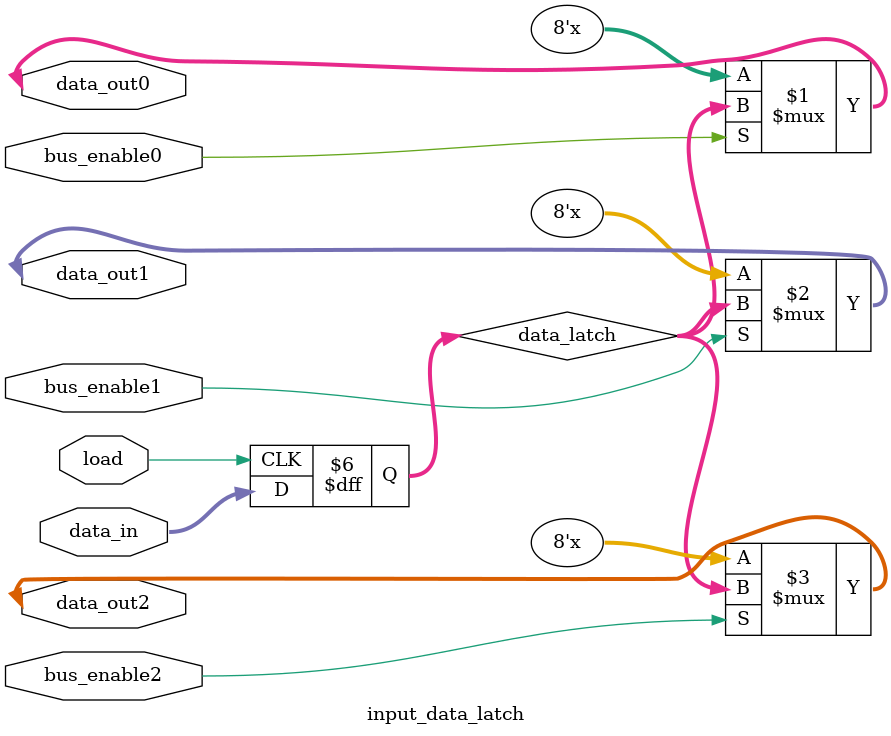
<source format=sv>
`timescale 1ns / 1ps

module input_data_latch(
    input [7:0] data_in,
    input load,
    input bus_enable0,
    inout [7:0] data_out0,
    input bus_enable1,
    inout [7:0] data_out1,
    input bus_enable2,
    inout [7:0] data_out2
);

logic [7:0] data_latch;

assign data_out0 = bus_enable0 ? data_latch : 8'bz;
assign data_out1 = bus_enable1 ? data_latch : 8'bz;
assign data_out2 = bus_enable2 ? data_latch : 8'bz;

initial begin
    data_latch = 8'b0;
end

always_ff @(posedge load) begin
    data_latch <= data_in;
end
endmodule
</source>
